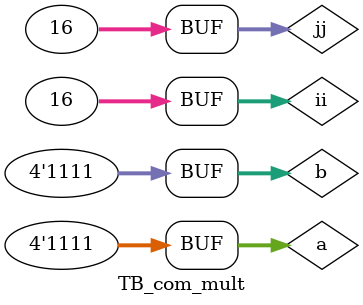
<source format=v>
`timescale 1ns / 1ps
module TB_com_mult ();
    
    
    reg [3:0] a = 0;
    reg [3:0] b = 0;
    wire [7:0]  p;
    
    com_mult com
    (
    .A(a),
    .B(b),
    .P(p)
    );
    integer ii,jj;
    initial begin
        
        for (ii = 0; ii< 16; ii = ii+1) begin
            for (jj = 0; jj< 16; jj = jj+1) begin
                a = ii;
                b = jj;
                #2;
            end
        end
    end
    
endmodule

</source>
